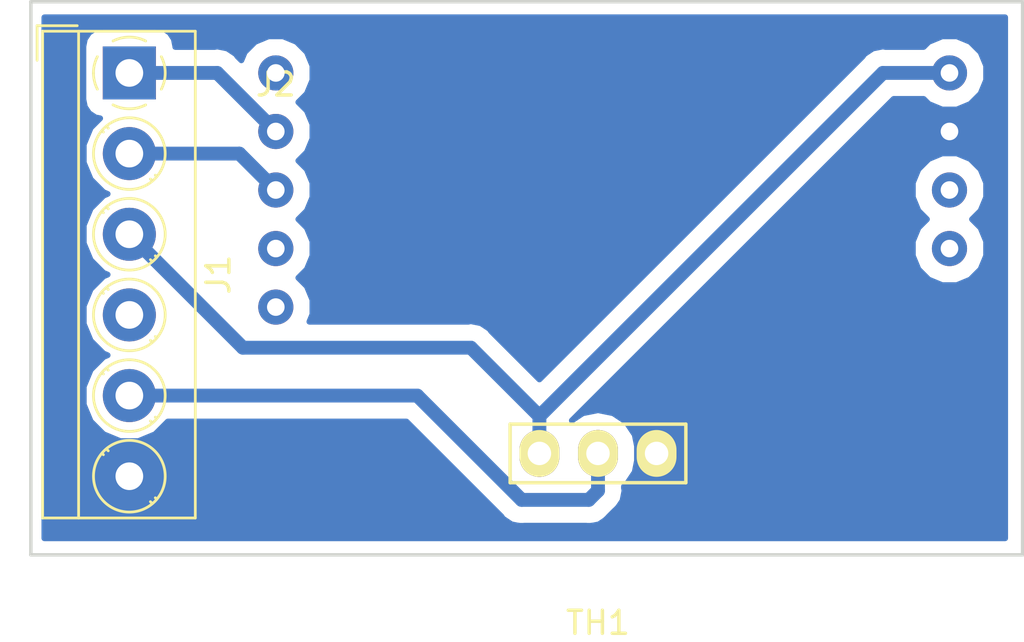
<source format=kicad_pcb>
(kicad_pcb (version 20171130) (host pcbnew "(5.0.1)-4")

  (general
    (thickness 1.6)
    (drawings 4)
    (tracks 22)
    (zones 0)
    (modules 3)
    (nets 12)
  )

  (page A4)
  (layers
    (0 F.Cu signal)
    (31 B.Cu signal)
    (32 B.Adhes user)
    (33 F.Adhes user)
    (34 B.Paste user)
    (35 F.Paste user)
    (36 B.SilkS user)
    (37 F.SilkS user)
    (38 B.Mask user)
    (39 F.Mask user)
    (40 Dwgs.User user)
    (41 Cmts.User user)
    (42 Eco1.User user)
    (43 Eco2.User user)
    (44 Edge.Cuts user)
    (45 Margin user)
    (46 B.CrtYd user)
    (47 F.CrtYd user)
    (48 B.Fab user)
    (49 F.Fab user)
  )

  (setup
    (last_trace_width 0.6)
    (trace_clearance 0.7)
    (zone_clearance 0.508)
    (zone_45_only no)
    (trace_min 0.2)
    (segment_width 0.2)
    (edge_width 0.15)
    (via_size 0.8)
    (via_drill 0.4)
    (via_min_size 0.4)
    (via_min_drill 0.3)
    (uvia_size 0.3)
    (uvia_drill 0.1)
    (uvias_allowed no)
    (uvia_min_size 0.2)
    (uvia_min_drill 0.1)
    (pcb_text_width 0.3)
    (pcb_text_size 1.5 1.5)
    (mod_edge_width 0.15)
    (mod_text_size 1 1)
    (mod_text_width 0.15)
    (pad_size 1.524 1.524)
    (pad_drill 0.762)
    (pad_to_mask_clearance 0.051)
    (solder_mask_min_width 0.25)
    (aux_axis_origin 124 106)
    (visible_elements 7FFFFFFF)
    (pcbplotparams
      (layerselection 0x01000_fffffffe)
      (usegerberextensions false)
      (usegerberattributes false)
      (usegerberadvancedattributes false)
      (creategerberjobfile false)
      (excludeedgelayer true)
      (linewidth 0.100000)
      (plotframeref false)
      (viasonmask false)
      (mode 1)
      (useauxorigin true)
      (hpglpennumber 1)
      (hpglpenspeed 20)
      (hpglpendiameter 15.000000)
      (psnegative false)
      (psa4output false)
      (plotreference true)
      (plotvalue true)
      (plotinvisibletext false)
      (padsonsilk false)
      (subtractmaskfromsilk false)
      (outputformat 1)
      (mirror false)
      (drillshape 0)
      (scaleselection 1)
      (outputdirectory "C:/Users/fabri/OneDrive/GitHub/Home_controller/Board_VMC_home/Drawing_PCB/VMC_remote/probe_fan/probe_fan/"))
  )

  (net 0 "")
  (net 1 "Net-(J1-Pad1)")
  (net 2 "Net-(J1-Pad2)")
  (net 3 GND)
  (net 4 +5V)
  (net 5 "Net-(J1-Pad5)")
  (net 6 "Net-(J2-Pad7)")
  (net 7 "Net-(J2-Pad6)")
  (net 8 "Net-(J2-Pad5)")
  (net 9 "Net-(J2-Pad4)")
  (net 10 "Net-(J2-Pad1)")
  (net 11 "Net-(J1-Pad4)")

  (net_class Default "Ceci est la Netclass par défaut."
    (clearance 0.7)
    (trace_width 0.6)
    (via_dia 0.8)
    (via_drill 0.4)
    (uvia_dia 0.3)
    (uvia_drill 0.1)
    (add_net +5V)
    (add_net GND)
    (add_net "Net-(J1-Pad1)")
    (add_net "Net-(J1-Pad2)")
    (add_net "Net-(J1-Pad4)")
    (add_net "Net-(J1-Pad5)")
    (add_net "Net-(J2-Pad1)")
    (add_net "Net-(J2-Pad4)")
    (add_net "Net-(J2-Pad5)")
    (add_net "Net-(J2-Pad6)")
    (add_net "Net-(J2-Pad7)")
  )

  (module TerminalBlock_MetzConnect:TerminalBlock_MetzConnect_Type059_RT06306HBWC_1x06_P3.50mm_Horizontal (layer F.Cu) (tedit 5B294EA2) (tstamp 5EA10534)
    (at 128.27 85.09 270)
    (descr "terminal block Metz Connect Type059_RT06306HBWC, 6 pins, pitch 3.5mm, size 21x6.5mm^2, drill diamater 1.2mm, pad diameter 2.3mm, see http://www.metz-connect.com/de/system/files/productfiles/Datenblatt_310591_RT063xxHBWC_OFF-022684T.pdf, script-generated using https://github.com/pointhi/kicad-footprint-generator/scripts/TerminalBlock_MetzConnect")
    (tags "THT terminal block Metz Connect Type059_RT06306HBWC pitch 3.5mm size 21x6.5mm^2 drill 1.2mm pad 2.3mm")
    (path /5E00A116)
    (fp_text reference J1 (at 8.75 -3.86 270) (layer F.SilkS)
      (effects (font (size 1 1) (thickness 0.15)))
    )
    (fp_text value Screw_Terminal_01x06 (at 8.75 4.76 270) (layer F.Fab)
      (effects (font (size 1 1) (thickness 0.15)))
    )
    (fp_arc (start 0 0) (end 0 1.555) (angle -27) (layer F.SilkS) (width 0.12))
    (fp_arc (start 0 0) (end 1.386 0.707) (angle -54) (layer F.SilkS) (width 0.12))
    (fp_arc (start 0 0) (end 0.707 -1.386) (angle -54) (layer F.SilkS) (width 0.12))
    (fp_arc (start 0 0) (end -1.386 -0.707) (angle -54) (layer F.SilkS) (width 0.12))
    (fp_arc (start 0 0) (end -0.707 1.386) (angle -28) (layer F.SilkS) (width 0.12))
    (fp_circle (center 0 0) (end 1.375 0) (layer F.Fab) (width 0.1))
    (fp_circle (center 3.5 0) (end 4.875 0) (layer F.Fab) (width 0.1))
    (fp_circle (center 3.5 0) (end 5.055 0) (layer F.SilkS) (width 0.12))
    (fp_circle (center 7 0) (end 8.375 0) (layer F.Fab) (width 0.1))
    (fp_circle (center 7 0) (end 8.555 0) (layer F.SilkS) (width 0.12))
    (fp_circle (center 10.5 0) (end 11.875 0) (layer F.Fab) (width 0.1))
    (fp_circle (center 10.5 0) (end 12.055 0) (layer F.SilkS) (width 0.12))
    (fp_circle (center 14 0) (end 15.375 0) (layer F.Fab) (width 0.1))
    (fp_circle (center 14 0) (end 15.555 0) (layer F.SilkS) (width 0.12))
    (fp_circle (center 17.5 0) (end 18.875 0) (layer F.Fab) (width 0.1))
    (fp_circle (center 17.5 0) (end 19.055 0) (layer F.SilkS) (width 0.12))
    (fp_line (start -1.75 -2.8) (end 19.25 -2.8) (layer F.Fab) (width 0.1))
    (fp_line (start 19.25 -2.8) (end 19.25 3.7) (layer F.Fab) (width 0.1))
    (fp_line (start 19.25 3.7) (end -0.25 3.7) (layer F.Fab) (width 0.1))
    (fp_line (start -0.25 3.7) (end -1.75 2.2) (layer F.Fab) (width 0.1))
    (fp_line (start -1.75 2.2) (end -1.75 -2.8) (layer F.Fab) (width 0.1))
    (fp_line (start -1.75 2.2) (end 19.25 2.2) (layer F.Fab) (width 0.1))
    (fp_line (start -1.81 2.2) (end 19.311 2.2) (layer F.SilkS) (width 0.12))
    (fp_line (start -1.81 -2.86) (end 19.311 -2.86) (layer F.SilkS) (width 0.12))
    (fp_line (start -1.81 3.76) (end 19.311 3.76) (layer F.SilkS) (width 0.12))
    (fp_line (start -1.81 -2.86) (end -1.81 3.76) (layer F.SilkS) (width 0.12))
    (fp_line (start 19.311 -2.86) (end 19.311 3.76) (layer F.SilkS) (width 0.12))
    (fp_line (start 1.043 -0.875) (end -0.876 1.043) (layer F.Fab) (width 0.1))
    (fp_line (start 0.876 -1.043) (end -1.043 0.875) (layer F.Fab) (width 0.1))
    (fp_line (start 4.543 -0.875) (end 2.625 1.043) (layer F.Fab) (width 0.1))
    (fp_line (start 4.376 -1.043) (end 2.458 0.875) (layer F.Fab) (width 0.1))
    (fp_line (start 4.68 -0.99) (end 4.604 -0.914) (layer F.SilkS) (width 0.12))
    (fp_line (start 2.565 1.125) (end 2.511 1.18) (layer F.SilkS) (width 0.12))
    (fp_line (start 4.49 -1.18) (end 4.436 -1.126) (layer F.SilkS) (width 0.12))
    (fp_line (start 2.397 0.914) (end 2.321 0.99) (layer F.SilkS) (width 0.12))
    (fp_line (start 8.043 -0.875) (end 6.125 1.043) (layer F.Fab) (width 0.1))
    (fp_line (start 7.876 -1.043) (end 5.958 0.875) (layer F.Fab) (width 0.1))
    (fp_line (start 8.18 -0.99) (end 8.104 -0.914) (layer F.SilkS) (width 0.12))
    (fp_line (start 6.065 1.125) (end 6.011 1.18) (layer F.SilkS) (width 0.12))
    (fp_line (start 7.99 -1.18) (end 7.936 -1.126) (layer F.SilkS) (width 0.12))
    (fp_line (start 5.897 0.914) (end 5.821 0.99) (layer F.SilkS) (width 0.12))
    (fp_line (start 11.543 -0.875) (end 9.625 1.043) (layer F.Fab) (width 0.1))
    (fp_line (start 11.376 -1.043) (end 9.458 0.875) (layer F.Fab) (width 0.1))
    (fp_line (start 11.68 -0.99) (end 11.604 -0.914) (layer F.SilkS) (width 0.12))
    (fp_line (start 9.565 1.125) (end 9.511 1.18) (layer F.SilkS) (width 0.12))
    (fp_line (start 11.49 -1.18) (end 11.436 -1.126) (layer F.SilkS) (width 0.12))
    (fp_line (start 9.397 0.914) (end 9.321 0.99) (layer F.SilkS) (width 0.12))
    (fp_line (start 15.043 -0.875) (end 13.125 1.043) (layer F.Fab) (width 0.1))
    (fp_line (start 14.876 -1.043) (end 12.958 0.875) (layer F.Fab) (width 0.1))
    (fp_line (start 15.18 -0.99) (end 15.104 -0.914) (layer F.SilkS) (width 0.12))
    (fp_line (start 13.065 1.125) (end 13.011 1.18) (layer F.SilkS) (width 0.12))
    (fp_line (start 14.99 -1.18) (end 14.936 -1.126) (layer F.SilkS) (width 0.12))
    (fp_line (start 12.897 0.914) (end 12.821 0.99) (layer F.SilkS) (width 0.12))
    (fp_line (start 18.543 -0.875) (end 16.625 1.043) (layer F.Fab) (width 0.1))
    (fp_line (start 18.376 -1.043) (end 16.458 0.875) (layer F.Fab) (width 0.1))
    (fp_line (start 18.68 -0.99) (end 18.604 -0.914) (layer F.SilkS) (width 0.12))
    (fp_line (start 16.565 1.125) (end 16.511 1.18) (layer F.SilkS) (width 0.12))
    (fp_line (start 18.49 -1.18) (end 18.436 -1.126) (layer F.SilkS) (width 0.12))
    (fp_line (start 16.397 0.914) (end 16.321 0.99) (layer F.SilkS) (width 0.12))
    (fp_line (start -2.05 2.26) (end -2.05 4) (layer F.SilkS) (width 0.12))
    (fp_line (start -2.05 4) (end -0.55 4) (layer F.SilkS) (width 0.12))
    (fp_line (start -2.25 -3.3) (end -2.25 4.2) (layer F.CrtYd) (width 0.05))
    (fp_line (start -2.25 4.2) (end 19.75 4.2) (layer F.CrtYd) (width 0.05))
    (fp_line (start 19.75 4.2) (end 19.75 -3.3) (layer F.CrtYd) (width 0.05))
    (fp_line (start 19.75 -3.3) (end -2.25 -3.3) (layer F.CrtYd) (width 0.05))
    (fp_text user %R (at 8.75 2.95 270) (layer F.Fab)
      (effects (font (size 1 1) (thickness 0.15)))
    )
    (pad 1 thru_hole rect (at 0 0 270) (size 2.3 2.3) (drill 1.2) (layers *.Cu *.Mask)
      (net 1 "Net-(J1-Pad1)"))
    (pad 2 thru_hole circle (at 3.5 0 270) (size 2.3 2.3) (drill 1.2) (layers *.Cu *.Mask)
      (net 2 "Net-(J1-Pad2)"))
    (pad 3 thru_hole circle (at 7 0 270) (size 2.3 2.3) (drill 1.2) (layers *.Cu *.Mask)
      (net 4 +5V))
    (pad 4 thru_hole circle (at 10.5 0 270) (size 2.3 2.3) (drill 1.2) (layers *.Cu *.Mask)
      (net 11 "Net-(J1-Pad4)"))
    (pad 5 thru_hole circle (at 14 0 270) (size 2.3 2.3) (drill 1.2) (layers *.Cu *.Mask)
      (net 5 "Net-(J1-Pad5)"))
    (pad 6 thru_hole circle (at 17.5 0 270) (size 2.3 2.3) (drill 1.2) (layers *.Cu *.Mask)
      (net 3 GND))
    (model ${KISYS3DMOD}/TerminalBlock_MetzConnect.3dshapes/TerminalBlock_MetzConnect_Type059_RT06306HBWC_1x06_P3.50mm_Horizontal.wrl
      (at (xyz 0 0 0))
      (scale (xyz 1 1 1))
      (rotate (xyz 0 0 0))
    )
  )

  (module ES8266:MHZ19B (layer F.Cu) (tedit 5CD9A991) (tstamp 5EA10550)
    (at 134.62 85.09)
    (path /5E009C51)
    (fp_text reference J2 (at 0 0.5) (layer F.SilkS)
      (effects (font (size 1 1) (thickness 0.15)))
    )
    (fp_text value CO2_Meter-sensors (at 19.05 0) (layer F.Fab)
      (effects (font (size 1 1) (thickness 0.15)))
    )
    (fp_line (start 1.27 -2.54) (end 27.94 -2.54) (layer F.CrtYd) (width 0.15))
    (fp_line (start 27.94 -2.54) (end 27.94 12.7) (layer F.CrtYd) (width 0.15))
    (fp_line (start 27.94 12.7) (end 1.27 12.7) (layer F.CrtYd) (width 0.15))
    (fp_line (start 1.27 12.7) (end 1.27 -2.54) (layer F.CrtYd) (width 0.15))
    (fp_circle (center 5.08 1.27) (end 6.35 0) (layer F.CrtYd) (width 0.15))
    (fp_line (start 2.54 5.08) (end 11.43 5.08) (layer F.CrtYd) (width 0.15))
    (fp_line (start 11.43 5.08) (end 11.43 11.43) (layer F.CrtYd) (width 0.15))
    (fp_line (start 11.43 11.43) (end 2.54 11.43) (layer F.CrtYd) (width 0.15))
    (fp_line (start 2.54 11.43) (end 2.54 5.08) (layer F.CrtYd) (width 0.15))
    (fp_line (start 1.27 -1.27) (end -1.27 -1.27) (layer F.CrtYd) (width 0.15))
    (fp_line (start -1.27 -1.27) (end -1.27 11.43) (layer F.CrtYd) (width 0.15))
    (fp_line (start -1.27 11.43) (end 1.27 11.43) (layer F.CrtYd) (width 0.15))
    (fp_line (start 27.94 -1.27) (end 30.48 -1.27) (layer F.CrtYd) (width 0.15))
    (fp_line (start 30.48 -1.27) (end 30.48 8.89) (layer F.CrtYd) (width 0.15))
    (fp_line (start 30.48 8.89) (end 27.94 8.89) (layer F.CrtYd) (width 0.15))
    (pad 9 thru_hole circle (at 29.21 0) (size 1.524 1.524) (drill 0.762) (layers *.Cu *.Mask)
      (net 4 +5V))
    (pad 8 thru_hole circle (at 29.21 2.54) (size 1.524 1.524) (drill 0.762) (layers *.Cu *.Mask)
      (net 3 GND))
    (pad 7 thru_hole circle (at 29.21 5.08) (size 1.524 1.524) (drill 0.762) (layers *.Cu *.Mask)
      (net 6 "Net-(J2-Pad7)"))
    (pad 6 thru_hole circle (at 29.21 7.62) (size 1.524 1.524) (drill 0.762) (layers *.Cu *.Mask)
      (net 7 "Net-(J2-Pad6)"))
    (pad 5 thru_hole circle (at 0 10.16) (size 1.524 1.524) (drill 0.762) (layers *.Cu *.Mask)
      (net 8 "Net-(J2-Pad5)"))
    (pad 4 thru_hole circle (at 0 7.62) (size 1.524 1.524) (drill 0.762) (layers *.Cu *.Mask)
      (net 9 "Net-(J2-Pad4)"))
    (pad 3 thru_hole circle (at 0 5.08) (size 1.524 1.524) (drill 0.762) (layers *.Cu *.Mask)
      (net 2 "Net-(J1-Pad2)"))
    (pad 2 thru_hole circle (at 0 2.54) (size 1.524 1.524) (drill 0.762) (layers *.Cu *.Mask)
      (net 1 "Net-(J1-Pad1)"))
    (pad 1 thru_hole circle (at 0 0) (size 1.524 1.524) (drill 0.762) (layers *.Cu *.Mask)
      (net 10 "Net-(J2-Pad1)"))
  )

  (module ES8266:DHT22_Temperature_Humidity (layer F.Cu) (tedit 5CD9A883) (tstamp 5EA10560)
    (at 148.59 101.6)
    (path /5E009CC8)
    (fp_text reference TH1 (at 0 7.35) (layer F.SilkS)
      (effects (font (size 1 1) (thickness 0.15)))
    )
    (fp_text value DHT22_Temperature_Humidity-sensors (at 0 5.445) (layer F.Fab)
      (effects (font (size 1 1) (thickness 0.15)))
    )
    (fp_line (start -7.62 -2) (end 7.62 -2) (layer B.CrtYd) (width 0.15))
    (fp_line (start -7.62 -3.3) (end 7.62 -3.3) (layer B.CrtYd) (width 0.15))
    (fp_line (start 7.62 -3.3) (end 7.62 4.3) (layer B.CrtYd) (width 0.15))
    (fp_line (start -7.62 -3.3) (end -7.62 4.3) (layer B.CrtYd) (width 0.15))
    (fp_line (start -7.62 4.3) (end 7.62 4.3) (layer B.CrtYd) (width 0.15))
    (fp_line (start -3.81 -1.27) (end 3.81 -1.27) (layer F.SilkS) (width 0.15))
    (fp_line (start 3.81 -1.27) (end 3.81 1.27) (layer F.SilkS) (width 0.15))
    (fp_line (start 3.81 1.27) (end -3.81 1.27) (layer F.SilkS) (width 0.15))
    (fp_line (start -3.81 1.27) (end -3.81 -1.27) (layer F.SilkS) (width 0.15))
    (pad 3 thru_hole oval (at 2.54 0 90) (size 2.032 1.7272) (drill 1.016) (layers *.Cu *.Mask F.SilkS)
      (net 3 GND))
    (pad 2 thru_hole oval (at 0 0 90) (size 2.032 1.7272) (drill 1.016) (layers *.Cu *.Mask F.SilkS)
      (net 5 "Net-(J1-Pad5)"))
    (pad 1 thru_hole oval (at -2.54 0 90) (size 2.032 1.7272) (drill 1.016) (layers *.Cu *.Mask F.SilkS)
      (net 4 +5V))
  )

  (gr_line (start 167 106) (end 124 106) (layer Edge.Cuts) (width 0.15))
  (gr_line (start 167 82) (end 167 106) (layer Edge.Cuts) (width 0.15))
  (gr_line (start 124 82) (end 167 82) (layer Edge.Cuts) (width 0.15))
  (gr_line (start 124 106) (end 124 82) (layer Edge.Cuts) (width 0.15))

  (segment (start 132.08 85.09) (end 134.62 87.63) (width 0.6) (layer B.Cu) (net 1))
  (segment (start 128.27 85.09) (end 132.08 85.09) (width 0.6) (layer B.Cu) (net 1))
  (segment (start 133.04 88.59) (end 134.62 90.17) (width 0.6) (layer B.Cu) (net 2))
  (segment (start 128.27 88.59) (end 133.04 88.59) (width 0.6) (layer B.Cu) (net 2))
  (segment (start 151.13 102.514491) (end 151.13 101.6) (width 0.6) (layer B.Cu) (net 3))
  (segment (start 148.728471 104.91602) (end 151.13 102.514491) (width 0.6) (layer B.Cu) (net 3))
  (segment (start 130.59602 104.91602) (end 148.728471 104.91602) (width 0.6) (layer B.Cu) (net 3))
  (segment (start 128.27 102.59) (end 130.59602 104.91602) (width 0.6) (layer B.Cu) (net 3))
  (segment (start 163.484 87.63) (end 163.83 87.63) (width 0.6) (layer B.Cu) (net 3))
  (segment (start 151.13 99.984) (end 163.484 87.63) (width 0.6) (layer B.Cu) (net 3))
  (segment (start 151.13 101.6) (end 151.13 99.984) (width 0.6) (layer B.Cu) (net 3))
  (segment (start 146.05 99.984) (end 146.05 101.6) (width 0.6) (layer B.Cu) (net 4))
  (segment (start 160.944 85.09) (end 146.05 99.984) (width 0.6) (layer B.Cu) (net 4))
  (segment (start 163.83 85.09) (end 160.944 85.09) (width 0.6) (layer B.Cu) (net 4))
  (segment (start 143.078001 97.012001) (end 146.05 99.984) (width 0.6) (layer B.Cu) (net 4))
  (segment (start 133.192001 97.012001) (end 143.078001 97.012001) (width 0.6) (layer B.Cu) (net 4))
  (segment (start 128.27 92.09) (end 133.192001 97.012001) (width 0.6) (layer B.Cu) (net 4))
  (segment (start 148.59 103.216) (end 148.59 101.6) (width 0.6) (layer B.Cu) (net 5))
  (segment (start 148.18999 103.61601) (end 148.59 103.216) (width 0.6) (layer B.Cu) (net 5))
  (segment (start 145.278068 103.61601) (end 148.18999 103.61601) (width 0.6) (layer B.Cu) (net 5))
  (segment (start 140.752058 99.09) (end 145.278068 103.61601) (width 0.6) (layer B.Cu) (net 5))
  (segment (start 128.27 99.09) (end 140.752058 99.09) (width 0.6) (layer B.Cu) (net 5))

  (zone (net 3) (net_name GND) (layer B.Cu) (tstamp 5EA10A21) (hatch edge 0.508)
    (connect_pads yes (clearance 0.7))
    (min_thickness 0.254)
    (fill yes (arc_segments 16) (thermal_gap 0.508) (thermal_bridge_width 0.508))
    (polygon
      (pts
        (xy 124.46 82.55) (xy 166.37 82.55) (xy 166.37 105.41) (xy 124.46 105.41)
      )
    )
    (filled_polygon
      (pts
        (xy 166.243 105.283) (xy 124.587 105.283) (xy 124.587 83.94) (xy 126.276799 83.94) (xy 126.276799 86.24)
        (xy 126.340984 86.562679) (xy 126.523767 86.836233) (xy 126.797321 87.019016) (xy 127.003977 87.060122) (xy 126.59398 87.470119)
        (xy 126.293 88.19675) (xy 126.293 88.98325) (xy 126.59398 89.709881) (xy 127.150119 90.26602) (xy 127.328723 90.34)
        (xy 127.150119 90.41398) (xy 126.59398 90.970119) (xy 126.293 91.69675) (xy 126.293 92.48325) (xy 126.59398 93.209881)
        (xy 127.150119 93.76602) (xy 127.328723 93.84) (xy 127.150119 93.91398) (xy 126.59398 94.470119) (xy 126.293 95.19675)
        (xy 126.293 95.98325) (xy 126.59398 96.709881) (xy 127.150119 97.26602) (xy 127.328723 97.34) (xy 127.150119 97.41398)
        (xy 126.59398 97.970119) (xy 126.293 98.69675) (xy 126.293 99.48325) (xy 126.59398 100.209881) (xy 127.150119 100.76602)
        (xy 127.87675 101.067) (xy 128.66325 101.067) (xy 129.389881 100.76602) (xy 129.938901 100.217) (xy 140.28524 100.217)
        (xy 144.40267 104.334431) (xy 144.465546 104.428532) (xy 144.838335 104.677621) (xy 145.167069 104.74301) (xy 145.16707 104.74301)
        (xy 145.278068 104.765089) (xy 145.389066 104.74301) (xy 148.078992 104.74301) (xy 148.18999 104.765089) (xy 148.300988 104.74301)
        (xy 148.300989 104.74301) (xy 148.629723 104.677621) (xy 149.002512 104.428532) (xy 149.065391 104.334427) (xy 149.308416 104.091401)
        (xy 149.402522 104.028522) (xy 149.651611 103.655733) (xy 149.717 103.326999) (xy 149.717 103.326998) (xy 149.739079 103.216)
        (xy 149.717 103.105002) (xy 149.717 103.032629) (xy 149.808854 102.971254) (xy 150.18251 102.412038) (xy 150.2806 101.918905)
        (xy 150.2806 101.281094) (xy 150.18251 100.787961) (xy 149.808854 100.228746) (xy 149.249638 99.85509) (xy 148.59 99.72388)
        (xy 147.930361 99.85509) (xy 147.455306 100.172512) (xy 157.77389 89.853928) (xy 162.241 89.853928) (xy 162.241 90.486072)
        (xy 162.482911 91.070096) (xy 162.852815 91.44) (xy 162.482911 91.809904) (xy 162.241 92.393928) (xy 162.241 93.026072)
        (xy 162.482911 93.610096) (xy 162.929904 94.057089) (xy 163.513928 94.299) (xy 164.146072 94.299) (xy 164.730096 94.057089)
        (xy 165.177089 93.610096) (xy 165.419 93.026072) (xy 165.419 92.393928) (xy 165.177089 91.809904) (xy 164.807185 91.44)
        (xy 165.177089 91.070096) (xy 165.419 90.486072) (xy 165.419 89.853928) (xy 165.177089 89.269904) (xy 164.730096 88.822911)
        (xy 164.146072 88.581) (xy 163.513928 88.581) (xy 162.929904 88.822911) (xy 162.482911 89.269904) (xy 162.241 89.853928)
        (xy 157.77389 89.853928) (xy 161.410819 86.217) (xy 162.709815 86.217) (xy 162.929904 86.437089) (xy 163.513928 86.679)
        (xy 164.146072 86.679) (xy 164.730096 86.437089) (xy 165.177089 85.990096) (xy 165.419 85.406072) (xy 165.419 84.773928)
        (xy 165.177089 84.189904) (xy 164.730096 83.742911) (xy 164.146072 83.501) (xy 163.513928 83.501) (xy 162.929904 83.742911)
        (xy 162.709815 83.963) (xy 161.054998 83.963) (xy 160.944 83.940921) (xy 160.833002 83.963) (xy 160.833001 83.963)
        (xy 160.504267 84.028389) (xy 160.504266 84.02839) (xy 160.504265 84.02839) (xy 160.384558 84.108376) (xy 160.131478 84.277478)
        (xy 160.068602 84.371579) (xy 146.05 98.390182) (xy 143.953401 96.293583) (xy 143.890523 96.199479) (xy 143.517734 95.95039)
        (xy 143.189 95.885001) (xy 143.188999 95.885001) (xy 143.078001 95.862922) (xy 142.967003 95.885001) (xy 136.076895 95.885001)
        (xy 136.209 95.566072) (xy 136.209 94.933928) (xy 135.967089 94.349904) (xy 135.597185 93.98) (xy 135.967089 93.610096)
        (xy 136.209 93.026072) (xy 136.209 92.393928) (xy 135.967089 91.809904) (xy 135.597185 91.44) (xy 135.967089 91.070096)
        (xy 136.209 90.486072) (xy 136.209 89.853928) (xy 135.967089 89.269904) (xy 135.597185 88.9) (xy 135.967089 88.530096)
        (xy 136.209 87.946072) (xy 136.209 87.313928) (xy 135.967089 86.729904) (xy 135.597185 86.36) (xy 135.967089 85.990096)
        (xy 136.209 85.406072) (xy 136.209 84.773928) (xy 135.967089 84.189904) (xy 135.520096 83.742911) (xy 134.936072 83.501)
        (xy 134.303928 83.501) (xy 133.719904 83.742911) (xy 133.272911 84.189904) (xy 133.126702 84.542884) (xy 132.9554 84.371582)
        (xy 132.892522 84.277478) (xy 132.519733 84.028389) (xy 132.190999 83.963) (xy 132.190998 83.963) (xy 132.08 83.940921)
        (xy 131.969002 83.963) (xy 130.263201 83.963) (xy 130.263201 83.94) (xy 130.199016 83.617321) (xy 130.016233 83.343767)
        (xy 129.742679 83.160984) (xy 129.42 83.096799) (xy 127.12 83.096799) (xy 126.797321 83.160984) (xy 126.523767 83.343767)
        (xy 126.340984 83.617321) (xy 126.276799 83.94) (xy 124.587 83.94) (xy 124.587 82.677) (xy 166.243 82.677)
      )
    )
  )
)

</source>
